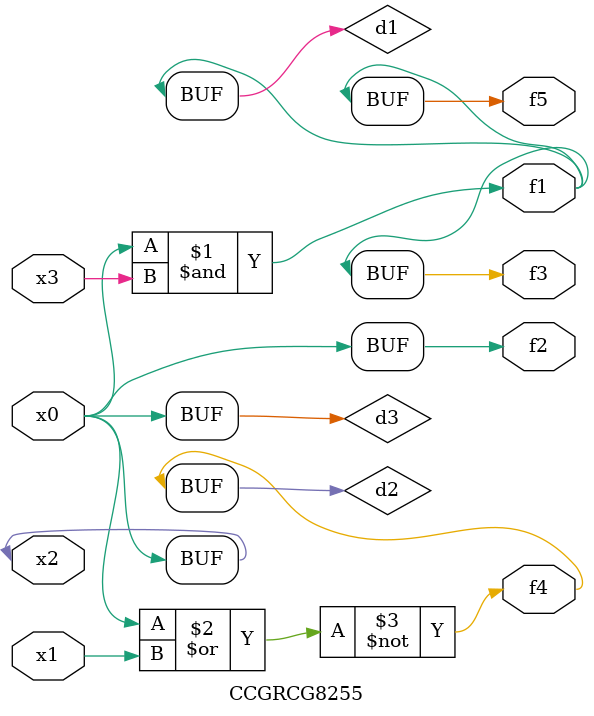
<source format=v>
module CCGRCG8255(
	input x0, x1, x2, x3,
	output f1, f2, f3, f4, f5
);

	wire d1, d2, d3;

	and (d1, x2, x3);
	nor (d2, x0, x1);
	buf (d3, x0, x2);
	assign f1 = d1;
	assign f2 = d3;
	assign f3 = d1;
	assign f4 = d2;
	assign f5 = d1;
endmodule

</source>
